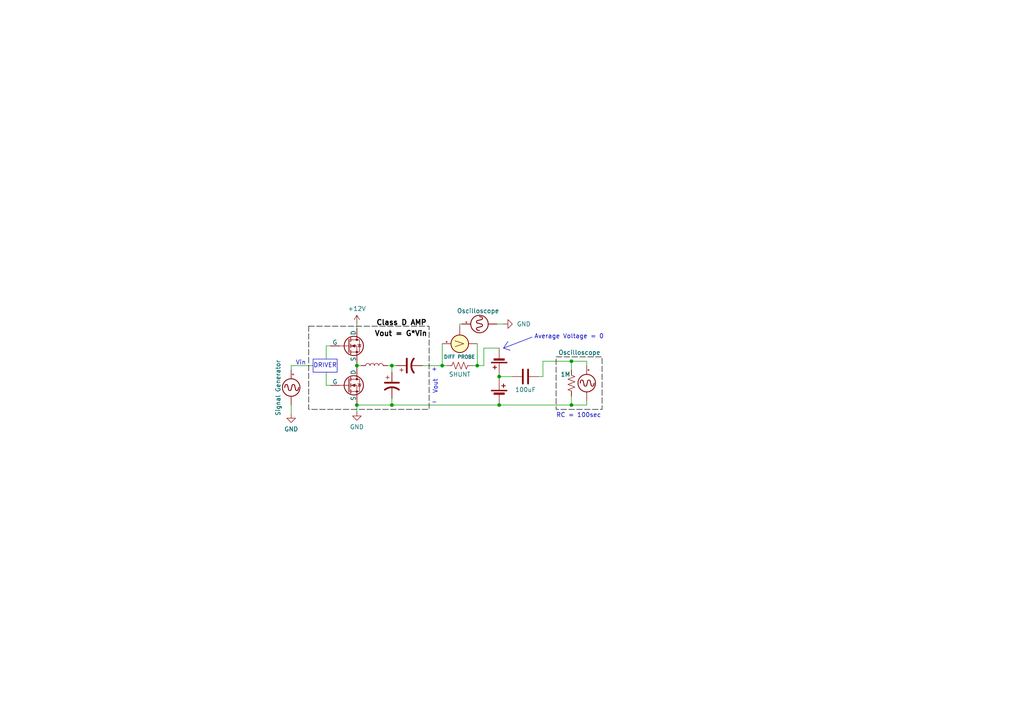
<source format=kicad_sch>
(kicad_sch (version 20230121) (generator eeschema)
  (paper "A4")
  (lib_symbols
    (symbol "Device:Battery_Cell" (pin_numbers hide) (pin_names (offset 0) hide)
      (property "Reference" "BT" (at 2.54 2.54 0))
      (property "Value" "Battery_Cell" (at 2.54 0 0))
      (symbol "Battery_Cell_0_1"
        (rectangle (start -2.286 1.778) (end 2.286 1.524) (fill (type outline)))
        (rectangle (start -1.524 1.016) (end 1.524 0.508) (fill (type outline)))
        (polyline (pts (xy 0 0.762) (xy 0 0)))
        (polyline (pts (xy 0 1.778) (xy 0 2.54)))
        (polyline (pts (xy 0.762 3.048) (xy 1.778 3.048)) (stroke (width 0.254)))
        (polyline (pts (xy 1.27 3.556) (xy 1.27 2.54)) (stroke (width 0.254)))
      )
      (symbol "Battery_Cell_1_1"
        (pin passive line (at 0 5.08 270) (length 2.54) (name "+") (number "1"))
        (pin passive line (at 0 -2.54 90) (length 2.54) (name "-") (number "2"))
      )
    )
    (symbol "Device:C" (pin_numbers hide) (pin_names (offset 0.254))
      (property "Reference" "C" (at 0.635 2.54 0))
      (property "Value" "C" (at 0.635 -2.54 0))
      (symbol "C_0_1"
        (polyline (pts (xy -2.032 -0.762) (xy 2.032 -0.762)) (stroke (width 0.508)))
        (polyline (pts (xy -2.032 0.762) (xy 2.032 0.762)) (stroke (width 0.508)))
      )
      (symbol "C_1_1"
        (pin passive line (at 0 3.81 270) (length 2.794) (name "~") (number "1"))
        (pin passive line (at 0 -3.81 90) (length 2.794) (name "~") (number "2"))
      )
    )
    (symbol "Device:C_Polarized_US" (pin_numbers hide) (pin_names (offset 0.254) hide)
      (property "Reference" "C" (at 0.635 2.54 0))
      (property "Value" "C_Polarized_US" (at 0.635 -2.54 0))
      (symbol "C_Polarized_US_0_1"
        (polyline (pts (xy -2.032 0.762) (xy 2.032 0.762)) (stroke (width 0.508)))
        (polyline (pts (xy -1.778 2.286) (xy -0.762 2.286)))
        (polyline (pts (xy -1.27 1.778) (xy -1.27 2.794)))
        (arc (start 2.032 -1.27) (mid 0 -0.5572) (end -2.032 -1.27) (stroke (width 0.508)))
      )
      (symbol "C_Polarized_US_1_1"
        (pin passive line (at 0 3.81 270) (length 2.794) (name "~") (number "1"))
        (pin passive line (at 0 -3.81 90) (length 3.302) (name "~") (number "2"))
      )
    )
    (symbol "Device:L" (pin_numbers hide) (pin_names (offset 1.016) hide)
      (property "Reference" "L" (at -1.27 0 90))
      (property "Value" "L" (at 1.905 0 90))
      (symbol "L_0_1"
        (arc (start 0 -2.54) (mid 0.6323 -1.905) (end 0 -1.27))
        (arc (start 0 -1.27) (mid 0.6323 -0.635) (end 0 0))
        (arc (start 0 0) (mid 0.6323 0.635) (end 0 1.27))
        (arc (start 0 1.27) (mid 0.6323 1.905) (end 0 2.54))
      )
      (symbol "L_1_1"
        (pin passive line (at 0 3.81 270) (length 1.27) (name "1") (number "1"))
        (pin passive line (at 0 -3.81 90) (length 1.27) (name "2") (number "2"))
      )
    )
    (symbol "Device:Oscilloscope" (pin_numbers hide) (pin_names (offset 0.0254) hide)
      (property "Reference" "MES" (at -3.302 1.016 0))
      (property "Value" "Oscilloscope" (at -3.302 -0.762 0))
      (symbol "Oscilloscope_0_0"
        (arc (start -1.016 0.508) (mid -1.397 0.8874) (end -1.778 0.508) (stroke (width 0.254)))
        (arc (start -0.762 -0.508) (mid -0.381 -0.8874) (end 0 -0.508) (stroke (width 0.254)))
        (polyline (pts (xy -1.778 0.508) (xy -1.905 0)) (stroke (width 0.254)))
        (polyline (pts (xy -1.016 0.508) (xy -0.762 -0.508)) (stroke (width 0.254)))
        (polyline (pts (xy 0 -0.508) (xy 0.254 0.508)) (stroke (width 0.254)))
        (polyline (pts (xy 1.016 0.508) (xy 1.27 -0.508)) (stroke (width 0.254)))
        (polyline (pts (xy 2.032 -0.508) (xy 2.159 0)) (stroke (width 0.254)))
        (arc (start 1.016 0.508) (mid 0.635 0.8874) (end 0.254 0.508) (stroke (width 0.254)))
        (arc (start 1.27 -0.508) (mid 1.651 -0.8874) (end 2.032 -0.508) (stroke (width 0.254)))
      )
      (symbol "Oscilloscope_0_1"
        (polyline (pts (xy 0.254 3.81) (xy 0.762 3.81)))
        (polyline (pts (xy 0.508 4.064) (xy 0.508 3.556)))
        (circle (center 0 0) (radius 2.54) (stroke (width 0.254)))
      )
      (symbol "Oscilloscope_1_1"
        (pin passive line (at 0 -5.08 90) (length 2.54) (name "-") (number "1"))
        (pin passive line (at 0 5.08 270) (length 2.54) (name "+") (number "2"))
      )
    )
    (symbol "Device:R_US" (pin_numbers hide) (pin_names (offset 0))
      (property "Reference" "R" (at 2.54 0 90))
      (property "Value" "R_US" (at -2.54 0 90))
      (symbol "R_US_0_1"
        (polyline (pts (xy 0 -2.286) (xy 0 -2.54)))
        (polyline (pts (xy 0 2.286) (xy 0 2.54)))
        (polyline (pts (xy 0 -0.762) (xy 1.016 -1.143) (xy 0 -1.524) (xy -1.016 -1.905) (xy 0 -2.286)))
        (polyline (pts (xy 0 0.762) (xy 1.016 0.381) (xy 0 0) (xy -1.016 -0.381) (xy 0 -0.762)))
        (polyline (pts (xy 0 2.286) (xy 1.016 1.905) (xy 0 1.524) (xy -1.016 1.143) (xy 0 0.762)))
      )
      (symbol "R_US_1_1"
        (pin passive line (at 0 3.81 270) (length 1.27) (name "~") (number "1"))
        (pin passive line (at 0 -3.81 90) (length 1.27) (name "~") (number "2"))
      )
    )
    (symbol "Simulation_SPICE:NMOS" (pin_numbers hide) (pin_names (offset 0))
      (property "Reference" "Q" (at 5.08 1.27 0))
      (property "Value" "NMOS" (at 5.08 -1.27 0))
      (symbol "NMOS_0_1"
        (polyline (pts (xy 0.254 0) (xy -2.54 0)))
        (polyline (pts (xy 0.254 1.905) (xy 0.254 -1.905)) (stroke (width 0.254)))
        (polyline (pts (xy 0.762 -1.27) (xy 0.762 -2.286)) (stroke (width 0.254)))
        (polyline (pts (xy 0.762 0.508) (xy 0.762 -0.508)) (stroke (width 0.254)))
        (polyline (pts (xy 0.762 2.286) (xy 0.762 1.27)) (stroke (width 0.254)))
        (polyline (pts (xy 2.54 2.54) (xy 2.54 1.778)))
        (polyline (pts (xy 2.54 -2.54) (xy 2.54 0) (xy 0.762 0)))
        (polyline (pts (xy 0.762 -1.778) (xy 3.302 -1.778) (xy 3.302 1.778) (xy 0.762 1.778)))
        (polyline (pts (xy 1.016 0) (xy 2.032 0.381) (xy 2.032 -0.381) (xy 1.016 0)) (fill (type outline)))
        (polyline (pts (xy 2.794 0.508) (xy 2.921 0.381) (xy 3.683 0.381) (xy 3.81 0.254)))
        (polyline (pts (xy 3.302 0.381) (xy 2.921 -0.254) (xy 3.683 -0.254) (xy 3.302 0.381)))
        (circle (center 1.651 0) (radius 2.794) (stroke (width 0.254)))
        (circle (center 2.54 -1.778) (radius 0.254) (fill (type outline)))
        (circle (center 2.54 1.778) (radius 0.254) (fill (type outline)))
      )
      (symbol "NMOS_1_1"
        (pin passive line (at 2.54 5.08 270) (length 2.54) (name "D") (number "1"))
        (pin input line (at -5.08 0 0) (length 2.54) (name "G") (number "2"))
        (pin passive line (at 2.54 -5.08 90) (length 2.54) (name "S") (number "3"))
      )
    )
    (symbol "Simulation_SPICE:VOLTMETER_DIFF" (pin_numbers hide) (pin_names (offset 0.0254) hide) (in_bom no) (on_board no)
      (property "Reference" "MES?" (at -10.16 0 0))
      (symbol "VOLTMETER_DIFF_0_0"
        (text "V" (at 0 0 0) (effects (font (size 2.54 2.54))))
      )
      (symbol "VOLTMETER_DIFF_0_1"
        (polyline (pts (xy 0.254 3.81) (xy 0.762 3.81)))
        (polyline (pts (xy 0.508 4.064) (xy 0.508 3.556)))
        (circle (center 0 0) (radius 2.54) (stroke (width 0.254)) (fill (type background)))
      )
      (symbol "VOLTMETER_DIFF_1_1"
        (pin passive line (at 0 5.08 270) (length 2.54) (name "+") (number "1"))
        (pin passive line (at 0 -5.08 90) (length 2.54) (name "-") (number "2"))
        (pin output line (at 5.08 0 180) (length 2.54) (name "out") (number "3"))
      )
    )
    (symbol "power:+12V" (power) (pin_names (offset 0))
      (property "Value" "+12V" (at 0 3.556 0))
      (symbol "+12V_0_1"
        (polyline (pts (xy -0.762 1.27) (xy 0 2.54)))
        (polyline (pts (xy 0 0) (xy 0 2.54)))
        (polyline (pts (xy 0 2.54) (xy 0.762 1.27)))
      )
      (symbol "+12V_1_1"
        (pin power_in line (at 0 0 90) (length 0) hide (name "+12V") (number "1"))
      )
    )
    (symbol "power:GND" (power) (pin_names (offset 0))
      (property "Value" "GND" (at 0 -3.81 0))
      (symbol "GND_0_1"
        (polyline (pts (xy 0 0) (xy 0 -1.27) (xy 1.27 -1.27) (xy 0 -2.54) (xy -1.27 -1.27) (xy 0 -1.27)))
      )
      (symbol "GND_1_1"
        (pin power_in line (at 0 0 270) (length 0) hide (name "GND") (number "1"))
      )
    )
  )
  (junction (at 113.665 117.475))
  (junction (at 138.43 106.045))
  (junction (at 113.665 106.045))
  (junction (at 165.735 104.775))
  (junction (at 103.505 106.045))
  (junction (at 165.735 117.475))
  (junction (at 144.78 117.475))
  (junction (at 103.505 117.475))
  (junction (at 144.78 109.22))
  (junction (at 128.27 106.045))
  (wire (pts (xy 165.735 104.775) (xy 170.18 104.775)))
  (wire (pts (xy 84.455 106.045) (xy 90.805 106.045)))
  (wire (pts (xy 165.735 107.315) (xy 165.735 104.775)))
  (wire (pts (xy 113.665 115.57) (xy 113.665 117.475)))
  (polyline (pts (xy 146.05 100.965) (xy 147.32 99.06)))
  (wire (pts (xy 138.43 106.045) (xy 140.335 106.045)))
  (wire (pts (xy 112.395 106.045) (xy 113.665 106.045)))
  (wire (pts (xy 137.16 106.045) (xy 138.43 106.045)))
  (wire (pts (xy 144.78 117.475) (xy 165.735 117.475)))
  (wire (pts (xy 128.27 106.045) (xy 129.54 106.045)))
  (wire (pts (xy 113.665 117.475) (xy 103.505 117.475)))
  (wire (pts (xy 113.665 106.045) (xy 113.665 107.95)))
  (wire (pts (xy 94.615 100.33) (xy 94.615 104.14)))
  (wire (pts (xy 170.18 117.475) (xy 170.18 116.205)))
  (wire (pts (xy 103.505 117.475) (xy 103.505 119.38)))
  (wire (pts (xy 157.48 104.775) (xy 165.735 104.775)))
  (wire (pts (xy 94.615 111.76) (xy 95.885 111.76)))
  (wire (pts (xy 122.555 106.045) (xy 128.27 106.045)))
  (wire (pts (xy 84.455 106.045) (xy 84.455 107.315)))
  (wire (pts (xy 94.615 107.95) (xy 94.615 111.76)))
  (wire (pts (xy 103.505 106.045) (xy 104.775 106.045)))
  (wire (pts (xy 165.735 114.935) (xy 165.735 117.475)))
  (wire (pts (xy 84.455 117.475) (xy 84.455 120.015)))
  (wire (pts (xy 133.35 94.615) (xy 133.35 93.98)))
  (wire (pts (xy 144.78 100.965) (xy 140.335 100.965)))
  (wire (pts (xy 144.145 93.98) (xy 146.05 93.98)))
  (wire (pts (xy 140.335 100.965) (xy 140.335 106.045)))
  (wire (pts (xy 94.615 100.33) (xy 95.885 100.33)))
  (wire (pts (xy 103.505 105.41) (xy 103.505 106.045)))
  (wire (pts (xy 144.78 108.585) (xy 144.78 109.22)))
  (wire (pts (xy 103.505 106.045) (xy 103.505 106.68)))
  (wire (pts (xy 113.665 106.045) (xy 114.935 106.045)))
  (wire (pts (xy 165.735 117.475) (xy 170.18 117.475)))
  (wire (pts (xy 157.48 109.22) (xy 157.48 104.775)))
  (polyline (pts (xy 154.305 97.79) (xy 146.05 100.965)))
  (wire (pts (xy 138.43 99.695) (xy 138.43 106.045)))
  (wire (pts (xy 144.78 109.22) (xy 148.59 109.22)))
  (wire (pts (xy 113.665 117.475) (xy 144.78 117.475)))
  (wire (pts (xy 133.35 93.98) (xy 133.985 93.98)))
  (wire (pts (xy 156.21 109.22) (xy 157.48 109.22)))
  (wire (pts (xy 103.505 117.475) (xy 103.505 116.84)))
  (wire (pts (xy 144.78 109.22) (xy 144.78 109.855)))
  (wire (pts (xy 128.27 99.695) (xy 128.27 106.045)))
  (wire (pts (xy 170.18 106.045) (xy 170.18 104.775)))
  (polyline (pts (xy 146.05 100.965) (xy 147.955 101.6)))
  (wire (pts (xy 103.505 93.98) (xy 103.505 95.25)))
  (rectangle (start 161.29 103.505) (end 174.625 118.745) (stroke (width 0) (type dash) (color 0 0 0 1)))
  (rectangle (start 89.535 94.615) (end 124.46 118.745) (stroke (width 0) (type dash) (color 0 0 0 1)))
  (text_box "DRIVER" (at 90.805 104.14 0) (size 6.985 3.81) (effects (font (size 1.27 1.27)) (justify top)))
  (text "Vout = G*Vin" (at 108.585 97.79 0) (effects (font (size 1.5 1.5) (thickness 0.3) bold) (justify left bottom)))
  (text "+" (at 125.095 107.95 0) (effects (font (size 1.27 1.27)) (justify left bottom)))
  (text "RC = 100sec" (at 161.29 121.285 0) (effects (font (size 1.27 1.27)) (justify left bottom)))
  (text "Class D AMP" (at 123.825 94.615 0) (effects (font (size 1.5 1.5) (thickness 0.3) bold) (justify right bottom)))
  (text "Vout" (at 127 114.3 90) (effects (font (size 1.27 1.27)) (justify left bottom)))
  (text "Vin" (at 85.725 106.045 0) (effects (font (size 1.27 1.27)) (justify left bottom)))
  (text "Average Voltage = 0" (at 154.94 98.425 0) (effects (font (size 1.27 1.27)) (justify left bottom)))
  (text "-\n" (at 125.095 117.475 0) (effects (font (size 1.27 1.27)) (justify left bottom)))
  (symbol (lib_id "power:GND") (at 103.505 119.38 0) (unit 1)
    (property "Reference" "#PWR02" (effects hide))
    (property "Value" "GND" (at 103.505 123.825 0))
  )
  (symbol (lib_id "Simulation_SPICE:NMOS") (at 100.965 111.76 0) (unit 1)
    (property "Reference" "Q2" (effects hide))
    (property "Value" "NMOS" (effects hide))
    (property "Datasheet" "https://ngspice.sourceforge.io/docs/ngspice-manual.pdf" (effects hide))
    (property "Sim.Device" "NMOS" (effects hide))
    (property "Sim.Type" "VDMOS" (effects hide))
    (property "Sim.Pins" "1=D 2=G 3=S" (effects hide))
  )
  (symbol (lib_id "Device:L") (at 108.585 106.045 90) (unit 1)
    (property "Reference" "L1" (effects hide))
    (property "Value" "L" (effects hide))
  )
  (symbol (lib_id "Device:R_US") (at 165.735 111.125 0) (unit 1)
    (property "Reference" "R2" (effects hide))
    (property "Value" "1M" (at 162.56 108.585 0) (effects (justify left)))
  )
  (symbol (lib_id "power:GND") (at 84.455 120.015 0) (unit 1)
    (property "Reference" "#PWR04" (effects hide))
    (property "Value" "GND" (at 84.455 124.46 0))
  )
  (symbol (lib_id "power:GND") (at 146.05 93.98 90) (unit 1)
    (property "Reference" "#PWR03" (effects hide))
    (property "Value" "GND" (at 149.86 93.98 90) (effects (justify right)))
  )
  (symbol (lib_id "Device:C_Polarized_US") (at 113.665 111.76 0) (unit 1)
    (property "Reference" "C1" (effects hide))
    (property "Value" "C_Polarized_US" (effects hide))
  )
  (symbol (lib_id "Device:Battery_Cell") (at 144.78 114.935 0) (unit 1)
    (property "Reference" "BT1" (effects hide))
    (property "Value" "Cell" (effects hide))
  )
  (symbol (lib_id "Simulation_SPICE:NMOS") (at 100.965 100.33 0) (unit 1)
    (property "Reference" "Q1" (effects hide))
    (property "Value" "NMOS" (effects hide))
    (property "Datasheet" "https://ngspice.sourceforge.io/docs/ngspice-manual.pdf" (effects hide))
    (property "Sim.Device" "NMOS" (effects hide))
    (property "Sim.Type" "VDMOS" (effects hide))
    (property "Sim.Pins" "1=D 2=G 3=S" (effects hide))
  )
  (symbol (lib_id "Device:Oscilloscope") (at 139.065 93.98 90) (unit 1)
    (property "Reference" "MES3" (effects hide))
    (property "Value" "Oscilloscope" (at 144.78 90.17 90) (effects (justify left)))
  )
  (symbol (lib_id "Device:C_Polarized_US") (at 118.745 106.045 90) (unit 1)
    (property "Reference" "C2" (effects hide))
    (property "Value" "C_Polarized_US" (effects hide))
  )
  (symbol (lib_id "power:+12V") (at 103.505 93.98 0) (unit 1)
    (property "Reference" "#PWR01" (effects hide))
    (property "Value" "+12V" (at 103.505 89.535 0))
  )
  (symbol (lib_id "Device:Battery_Cell") (at 144.78 103.505 180) (unit 1)
    (property "Reference" "BT2" (effects hide))
    (property "Value" "Cell" (effects hide))
  )
  (symbol (lib_id "Device:C") (at 152.4 109.22 90) (unit 1)
    (property "Reference" "C3" (effects hide))
    (property "Value" "100uF" (at 152.4 113.03 90))
  )
  (symbol (lib_id "Simulation_SPICE:VOLTMETER_DIFF") (at 133.35 99.695 90) (unit 1) (in_bom no) (on_board no)
    (property "Reference" "MES2" (effects hide))
    (property "Value" "DIFF PROBE" (at 137.795 103.505 90) (effects (font (size 1 1)) (justify left)))
    (property "Datasheet" "https://ngspice.sourceforge.io/docs/ngspice-manual.pdf" (effects hide))
    (property "Sim.Name" "kicad_builtin_vdiff" (effects hide))
    (property "Sim.Device" "SUBCKT" (effects hide))
    (property "Sim.Pins" "1=1 2=2 3=3" (effects hide))
    (property "Sim.Library" "${KICAD7_SYMBOL_DIR}/Simulation_SPICE.sp" (effects hide))
  )
  (symbol (lib_id "Device:R_US") (at 133.35 106.045 90) (unit 1)
    (property "Reference" "R1" (effects hide))
    (property "Value" "SHUNT" (at 133.35 108.585 90))
  )
  (symbol (lib_id "Device:Oscilloscope") (at 170.18 111.125 0) (unit 1)
    (property "Reference" "MES1" (effects hide))
    (property "Value" "Oscilloscope" (at 161.925 102.235 0) (effects (justify left)))
  )
  (symbol (lib_id "Device:Oscilloscope") (at 84.455 112.395 0) (unit 1)
    (property "Reference" "MES4" (effects hide))
    (property "Value" "Signal Generator" (at 80.645 120.65 90) (effects (justify left)))
  )
)
</source>
